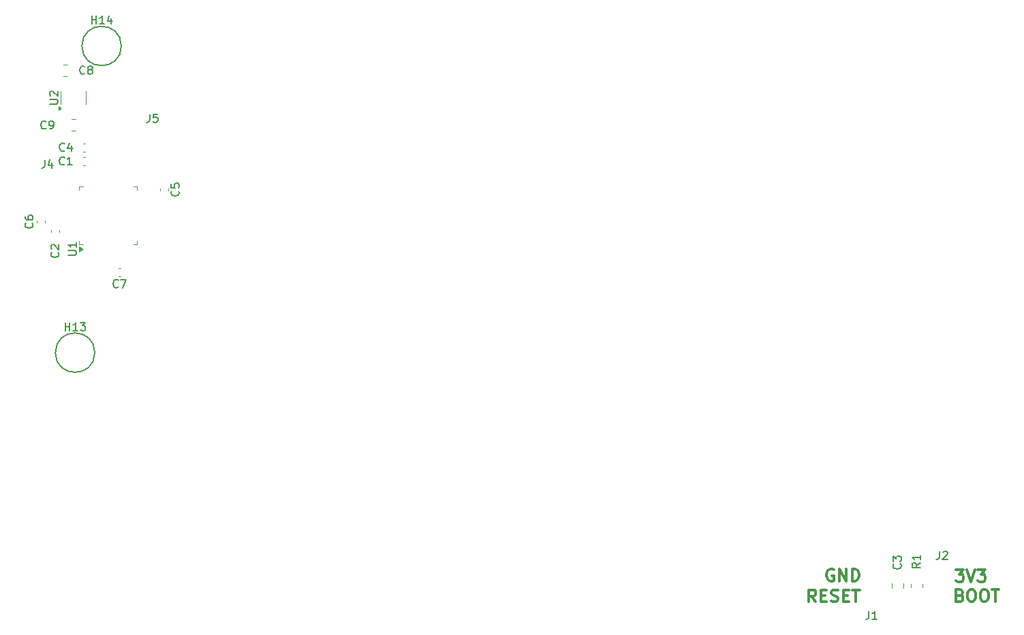
<source format=gbr>
%TF.GenerationSoftware,KiCad,Pcbnew,8.0.2*%
%TF.CreationDate,2025-12-13T15:02:25-08:00*%
%TF.ProjectId,mx-unsaver-main,6d782d75-6e73-4617-9665-722d6d61696e,rev?*%
%TF.SameCoordinates,Original*%
%TF.FileFunction,Legend,Top*%
%TF.FilePolarity,Positive*%
%FSLAX46Y46*%
G04 Gerber Fmt 4.6, Leading zero omitted, Abs format (unit mm)*
G04 Created by KiCad (PCBNEW 8.0.2) date 2025-12-13 15:02:25*
%MOMM*%
%LPD*%
G01*
G04 APERTURE LIST*
%ADD10C,0.300000*%
%ADD11C,0.150000*%
%ADD12C,0.120000*%
G04 APERTURE END LIST*
D10*
X124620225Y-72082257D02*
X124477368Y-72010828D01*
X124477368Y-72010828D02*
X124263082Y-72010828D01*
X124263082Y-72010828D02*
X124048796Y-72082257D01*
X124048796Y-72082257D02*
X123905939Y-72225114D01*
X123905939Y-72225114D02*
X123834510Y-72367971D01*
X123834510Y-72367971D02*
X123763082Y-72653685D01*
X123763082Y-72653685D02*
X123763082Y-72867971D01*
X123763082Y-72867971D02*
X123834510Y-73153685D01*
X123834510Y-73153685D02*
X123905939Y-73296542D01*
X123905939Y-73296542D02*
X124048796Y-73439400D01*
X124048796Y-73439400D02*
X124263082Y-73510828D01*
X124263082Y-73510828D02*
X124405939Y-73510828D01*
X124405939Y-73510828D02*
X124620225Y-73439400D01*
X124620225Y-73439400D02*
X124691653Y-73367971D01*
X124691653Y-73367971D02*
X124691653Y-72867971D01*
X124691653Y-72867971D02*
X124405939Y-72867971D01*
X125334510Y-73510828D02*
X125334510Y-72010828D01*
X125334510Y-72010828D02*
X126191653Y-73510828D01*
X126191653Y-73510828D02*
X126191653Y-72010828D01*
X126905939Y-73510828D02*
X126905939Y-72010828D01*
X126905939Y-72010828D02*
X127263082Y-72010828D01*
X127263082Y-72010828D02*
X127477368Y-72082257D01*
X127477368Y-72082257D02*
X127620225Y-72225114D01*
X127620225Y-72225114D02*
X127691654Y-72367971D01*
X127691654Y-72367971D02*
X127763082Y-72653685D01*
X127763082Y-72653685D02*
X127763082Y-72867971D01*
X127763082Y-72867971D02*
X127691654Y-73153685D01*
X127691654Y-73153685D02*
X127620225Y-73296542D01*
X127620225Y-73296542D02*
X127477368Y-73439400D01*
X127477368Y-73439400D02*
X127263082Y-73510828D01*
X127263082Y-73510828D02*
X126905939Y-73510828D01*
X122401653Y-76100828D02*
X121901653Y-75386542D01*
X121544510Y-76100828D02*
X121544510Y-74600828D01*
X121544510Y-74600828D02*
X122115939Y-74600828D01*
X122115939Y-74600828D02*
X122258796Y-74672257D01*
X122258796Y-74672257D02*
X122330225Y-74743685D01*
X122330225Y-74743685D02*
X122401653Y-74886542D01*
X122401653Y-74886542D02*
X122401653Y-75100828D01*
X122401653Y-75100828D02*
X122330225Y-75243685D01*
X122330225Y-75243685D02*
X122258796Y-75315114D01*
X122258796Y-75315114D02*
X122115939Y-75386542D01*
X122115939Y-75386542D02*
X121544510Y-75386542D01*
X123044510Y-75315114D02*
X123544510Y-75315114D01*
X123758796Y-76100828D02*
X123044510Y-76100828D01*
X123044510Y-76100828D02*
X123044510Y-74600828D01*
X123044510Y-74600828D02*
X123758796Y-74600828D01*
X124330225Y-76029400D02*
X124544511Y-76100828D01*
X124544511Y-76100828D02*
X124901653Y-76100828D01*
X124901653Y-76100828D02*
X125044511Y-76029400D01*
X125044511Y-76029400D02*
X125115939Y-75957971D01*
X125115939Y-75957971D02*
X125187368Y-75815114D01*
X125187368Y-75815114D02*
X125187368Y-75672257D01*
X125187368Y-75672257D02*
X125115939Y-75529400D01*
X125115939Y-75529400D02*
X125044511Y-75457971D01*
X125044511Y-75457971D02*
X124901653Y-75386542D01*
X124901653Y-75386542D02*
X124615939Y-75315114D01*
X124615939Y-75315114D02*
X124473082Y-75243685D01*
X124473082Y-75243685D02*
X124401653Y-75172257D01*
X124401653Y-75172257D02*
X124330225Y-75029400D01*
X124330225Y-75029400D02*
X124330225Y-74886542D01*
X124330225Y-74886542D02*
X124401653Y-74743685D01*
X124401653Y-74743685D02*
X124473082Y-74672257D01*
X124473082Y-74672257D02*
X124615939Y-74600828D01*
X124615939Y-74600828D02*
X124973082Y-74600828D01*
X124973082Y-74600828D02*
X125187368Y-74672257D01*
X125830224Y-75315114D02*
X126330224Y-75315114D01*
X126544510Y-76100828D02*
X125830224Y-76100828D01*
X125830224Y-76100828D02*
X125830224Y-74600828D01*
X125830224Y-74600828D02*
X126544510Y-74600828D01*
X126973082Y-74600828D02*
X127830225Y-74600828D01*
X127401653Y-76100828D02*
X127401653Y-74600828D01*
X139831653Y-72080828D02*
X140760225Y-72080828D01*
X140760225Y-72080828D02*
X140260225Y-72652257D01*
X140260225Y-72652257D02*
X140474510Y-72652257D01*
X140474510Y-72652257D02*
X140617368Y-72723685D01*
X140617368Y-72723685D02*
X140688796Y-72795114D01*
X140688796Y-72795114D02*
X140760225Y-72937971D01*
X140760225Y-72937971D02*
X140760225Y-73295114D01*
X140760225Y-73295114D02*
X140688796Y-73437971D01*
X140688796Y-73437971D02*
X140617368Y-73509400D01*
X140617368Y-73509400D02*
X140474510Y-73580828D01*
X140474510Y-73580828D02*
X140045939Y-73580828D01*
X140045939Y-73580828D02*
X139903082Y-73509400D01*
X139903082Y-73509400D02*
X139831653Y-73437971D01*
X141188796Y-72080828D02*
X141688796Y-73580828D01*
X141688796Y-73580828D02*
X142188796Y-72080828D01*
X142545938Y-72080828D02*
X143474510Y-72080828D01*
X143474510Y-72080828D02*
X142974510Y-72652257D01*
X142974510Y-72652257D02*
X143188795Y-72652257D01*
X143188795Y-72652257D02*
X143331653Y-72723685D01*
X143331653Y-72723685D02*
X143403081Y-72795114D01*
X143403081Y-72795114D02*
X143474510Y-72937971D01*
X143474510Y-72937971D02*
X143474510Y-73295114D01*
X143474510Y-73295114D02*
X143403081Y-73437971D01*
X143403081Y-73437971D02*
X143331653Y-73509400D01*
X143331653Y-73509400D02*
X143188795Y-73580828D01*
X143188795Y-73580828D02*
X142760224Y-73580828D01*
X142760224Y-73580828D02*
X142617367Y-73509400D01*
X142617367Y-73509400D02*
X142545938Y-73437971D01*
X140334510Y-75285114D02*
X140548796Y-75356542D01*
X140548796Y-75356542D02*
X140620225Y-75427971D01*
X140620225Y-75427971D02*
X140691653Y-75570828D01*
X140691653Y-75570828D02*
X140691653Y-75785114D01*
X140691653Y-75785114D02*
X140620225Y-75927971D01*
X140620225Y-75927971D02*
X140548796Y-75999400D01*
X140548796Y-75999400D02*
X140405939Y-76070828D01*
X140405939Y-76070828D02*
X139834510Y-76070828D01*
X139834510Y-76070828D02*
X139834510Y-74570828D01*
X139834510Y-74570828D02*
X140334510Y-74570828D01*
X140334510Y-74570828D02*
X140477368Y-74642257D01*
X140477368Y-74642257D02*
X140548796Y-74713685D01*
X140548796Y-74713685D02*
X140620225Y-74856542D01*
X140620225Y-74856542D02*
X140620225Y-74999400D01*
X140620225Y-74999400D02*
X140548796Y-75142257D01*
X140548796Y-75142257D02*
X140477368Y-75213685D01*
X140477368Y-75213685D02*
X140334510Y-75285114D01*
X140334510Y-75285114D02*
X139834510Y-75285114D01*
X141620225Y-74570828D02*
X141905939Y-74570828D01*
X141905939Y-74570828D02*
X142048796Y-74642257D01*
X142048796Y-74642257D02*
X142191653Y-74785114D01*
X142191653Y-74785114D02*
X142263082Y-75070828D01*
X142263082Y-75070828D02*
X142263082Y-75570828D01*
X142263082Y-75570828D02*
X142191653Y-75856542D01*
X142191653Y-75856542D02*
X142048796Y-75999400D01*
X142048796Y-75999400D02*
X141905939Y-76070828D01*
X141905939Y-76070828D02*
X141620225Y-76070828D01*
X141620225Y-76070828D02*
X141477368Y-75999400D01*
X141477368Y-75999400D02*
X141334510Y-75856542D01*
X141334510Y-75856542D02*
X141263082Y-75570828D01*
X141263082Y-75570828D02*
X141263082Y-75070828D01*
X141263082Y-75070828D02*
X141334510Y-74785114D01*
X141334510Y-74785114D02*
X141477368Y-74642257D01*
X141477368Y-74642257D02*
X141620225Y-74570828D01*
X143191654Y-74570828D02*
X143477368Y-74570828D01*
X143477368Y-74570828D02*
X143620225Y-74642257D01*
X143620225Y-74642257D02*
X143763082Y-74785114D01*
X143763082Y-74785114D02*
X143834511Y-75070828D01*
X143834511Y-75070828D02*
X143834511Y-75570828D01*
X143834511Y-75570828D02*
X143763082Y-75856542D01*
X143763082Y-75856542D02*
X143620225Y-75999400D01*
X143620225Y-75999400D02*
X143477368Y-76070828D01*
X143477368Y-76070828D02*
X143191654Y-76070828D01*
X143191654Y-76070828D02*
X143048797Y-75999400D01*
X143048797Y-75999400D02*
X142905939Y-75856542D01*
X142905939Y-75856542D02*
X142834511Y-75570828D01*
X142834511Y-75570828D02*
X142834511Y-75070828D01*
X142834511Y-75070828D02*
X142905939Y-74785114D01*
X142905939Y-74785114D02*
X143048797Y-74642257D01*
X143048797Y-74642257D02*
X143191654Y-74570828D01*
X144263083Y-74570828D02*
X145120226Y-74570828D01*
X144691654Y-76070828D02*
X144691654Y-74570828D01*
D11*
X135374819Y-71246666D02*
X134898628Y-71579999D01*
X135374819Y-71818094D02*
X134374819Y-71818094D01*
X134374819Y-71818094D02*
X134374819Y-71437142D01*
X134374819Y-71437142D02*
X134422438Y-71341904D01*
X134422438Y-71341904D02*
X134470057Y-71294285D01*
X134470057Y-71294285D02*
X134565295Y-71246666D01*
X134565295Y-71246666D02*
X134708152Y-71246666D01*
X134708152Y-71246666D02*
X134803390Y-71294285D01*
X134803390Y-71294285D02*
X134851009Y-71341904D01*
X134851009Y-71341904D02*
X134898628Y-71437142D01*
X134898628Y-71437142D02*
X134898628Y-71818094D01*
X135374819Y-70294285D02*
X135374819Y-70865713D01*
X135374819Y-70579999D02*
X134374819Y-70579999D01*
X134374819Y-70579999D02*
X134517676Y-70675237D01*
X134517676Y-70675237D02*
X134612914Y-70770475D01*
X134612914Y-70770475D02*
X134660533Y-70865713D01*
X26723333Y-17179580D02*
X26675714Y-17227200D01*
X26675714Y-17227200D02*
X26532857Y-17274819D01*
X26532857Y-17274819D02*
X26437619Y-17274819D01*
X26437619Y-17274819D02*
X26294762Y-17227200D01*
X26294762Y-17227200D02*
X26199524Y-17131961D01*
X26199524Y-17131961D02*
X26151905Y-17036723D01*
X26151905Y-17036723D02*
X26104286Y-16846247D01*
X26104286Y-16846247D02*
X26104286Y-16703390D01*
X26104286Y-16703390D02*
X26151905Y-16512914D01*
X26151905Y-16512914D02*
X26199524Y-16417676D01*
X26199524Y-16417676D02*
X26294762Y-16322438D01*
X26294762Y-16322438D02*
X26437619Y-16274819D01*
X26437619Y-16274819D02*
X26532857Y-16274819D01*
X26532857Y-16274819D02*
X26675714Y-16322438D01*
X26675714Y-16322438D02*
X26723333Y-16370057D01*
X27199524Y-17274819D02*
X27390000Y-17274819D01*
X27390000Y-17274819D02*
X27485238Y-17227200D01*
X27485238Y-17227200D02*
X27532857Y-17179580D01*
X27532857Y-17179580D02*
X27628095Y-17036723D01*
X27628095Y-17036723D02*
X27675714Y-16846247D01*
X27675714Y-16846247D02*
X27675714Y-16465295D01*
X27675714Y-16465295D02*
X27628095Y-16370057D01*
X27628095Y-16370057D02*
X27580476Y-16322438D01*
X27580476Y-16322438D02*
X27485238Y-16274819D01*
X27485238Y-16274819D02*
X27294762Y-16274819D01*
X27294762Y-16274819D02*
X27199524Y-16322438D01*
X27199524Y-16322438D02*
X27151905Y-16370057D01*
X27151905Y-16370057D02*
X27104286Y-16465295D01*
X27104286Y-16465295D02*
X27104286Y-16703390D01*
X27104286Y-16703390D02*
X27151905Y-16798628D01*
X27151905Y-16798628D02*
X27199524Y-16846247D01*
X27199524Y-16846247D02*
X27294762Y-16893866D01*
X27294762Y-16893866D02*
X27485238Y-16893866D01*
X27485238Y-16893866D02*
X27580476Y-16846247D01*
X27580476Y-16846247D02*
X27628095Y-16798628D01*
X27628095Y-16798628D02*
X27675714Y-16703390D01*
X26576666Y-21134819D02*
X26576666Y-21849104D01*
X26576666Y-21849104D02*
X26529047Y-21991961D01*
X26529047Y-21991961D02*
X26433809Y-22087200D01*
X26433809Y-22087200D02*
X26290952Y-22134819D01*
X26290952Y-22134819D02*
X26195714Y-22134819D01*
X27481428Y-21468152D02*
X27481428Y-22134819D01*
X27243333Y-21087200D02*
X27005238Y-21801485D01*
X27005238Y-21801485D02*
X27624285Y-21801485D01*
X39626666Y-15434819D02*
X39626666Y-16149104D01*
X39626666Y-16149104D02*
X39579047Y-16291961D01*
X39579047Y-16291961D02*
X39483809Y-16387200D01*
X39483809Y-16387200D02*
X39340952Y-16434819D01*
X39340952Y-16434819D02*
X39245714Y-16434819D01*
X40579047Y-15434819D02*
X40102857Y-15434819D01*
X40102857Y-15434819D02*
X40055238Y-15911009D01*
X40055238Y-15911009D02*
X40102857Y-15863390D01*
X40102857Y-15863390D02*
X40198095Y-15815771D01*
X40198095Y-15815771D02*
X40436190Y-15815771D01*
X40436190Y-15815771D02*
X40531428Y-15863390D01*
X40531428Y-15863390D02*
X40579047Y-15911009D01*
X40579047Y-15911009D02*
X40626666Y-16006247D01*
X40626666Y-16006247D02*
X40626666Y-16244342D01*
X40626666Y-16244342D02*
X40579047Y-16339580D01*
X40579047Y-16339580D02*
X40531428Y-16387200D01*
X40531428Y-16387200D02*
X40436190Y-16434819D01*
X40436190Y-16434819D02*
X40198095Y-16434819D01*
X40198095Y-16434819D02*
X40102857Y-16387200D01*
X40102857Y-16387200D02*
X40055238Y-16339580D01*
X29033333Y-21659580D02*
X28985714Y-21707200D01*
X28985714Y-21707200D02*
X28842857Y-21754819D01*
X28842857Y-21754819D02*
X28747619Y-21754819D01*
X28747619Y-21754819D02*
X28604762Y-21707200D01*
X28604762Y-21707200D02*
X28509524Y-21611961D01*
X28509524Y-21611961D02*
X28461905Y-21516723D01*
X28461905Y-21516723D02*
X28414286Y-21326247D01*
X28414286Y-21326247D02*
X28414286Y-21183390D01*
X28414286Y-21183390D02*
X28461905Y-20992914D01*
X28461905Y-20992914D02*
X28509524Y-20897676D01*
X28509524Y-20897676D02*
X28604762Y-20802438D01*
X28604762Y-20802438D02*
X28747619Y-20754819D01*
X28747619Y-20754819D02*
X28842857Y-20754819D01*
X28842857Y-20754819D02*
X28985714Y-20802438D01*
X28985714Y-20802438D02*
X29033333Y-20850057D01*
X29985714Y-21754819D02*
X29414286Y-21754819D01*
X29700000Y-21754819D02*
X29700000Y-20754819D01*
X29700000Y-20754819D02*
X29604762Y-20897676D01*
X29604762Y-20897676D02*
X29509524Y-20992914D01*
X29509524Y-20992914D02*
X29414286Y-21040533D01*
X137776666Y-69819819D02*
X137776666Y-70534104D01*
X137776666Y-70534104D02*
X137729047Y-70676961D01*
X137729047Y-70676961D02*
X137633809Y-70772200D01*
X137633809Y-70772200D02*
X137490952Y-70819819D01*
X137490952Y-70819819D02*
X137395714Y-70819819D01*
X138205238Y-69915057D02*
X138252857Y-69867438D01*
X138252857Y-69867438D02*
X138348095Y-69819819D01*
X138348095Y-69819819D02*
X138586190Y-69819819D01*
X138586190Y-69819819D02*
X138681428Y-69867438D01*
X138681428Y-69867438D02*
X138729047Y-69915057D01*
X138729047Y-69915057D02*
X138776666Y-70010295D01*
X138776666Y-70010295D02*
X138776666Y-70105533D01*
X138776666Y-70105533D02*
X138729047Y-70248390D01*
X138729047Y-70248390D02*
X138157619Y-70819819D01*
X138157619Y-70819819D02*
X138776666Y-70819819D01*
X132909580Y-71376666D02*
X132957200Y-71424285D01*
X132957200Y-71424285D02*
X133004819Y-71567142D01*
X133004819Y-71567142D02*
X133004819Y-71662380D01*
X133004819Y-71662380D02*
X132957200Y-71805237D01*
X132957200Y-71805237D02*
X132861961Y-71900475D01*
X132861961Y-71900475D02*
X132766723Y-71948094D01*
X132766723Y-71948094D02*
X132576247Y-71995713D01*
X132576247Y-71995713D02*
X132433390Y-71995713D01*
X132433390Y-71995713D02*
X132242914Y-71948094D01*
X132242914Y-71948094D02*
X132147676Y-71900475D01*
X132147676Y-71900475D02*
X132052438Y-71805237D01*
X132052438Y-71805237D02*
X132004819Y-71662380D01*
X132004819Y-71662380D02*
X132004819Y-71567142D01*
X132004819Y-71567142D02*
X132052438Y-71424285D01*
X132052438Y-71424285D02*
X132100057Y-71376666D01*
X132004819Y-71043332D02*
X132004819Y-70424285D01*
X132004819Y-70424285D02*
X132385771Y-70757618D01*
X132385771Y-70757618D02*
X132385771Y-70614761D01*
X132385771Y-70614761D02*
X132433390Y-70519523D01*
X132433390Y-70519523D02*
X132481009Y-70471904D01*
X132481009Y-70471904D02*
X132576247Y-70424285D01*
X132576247Y-70424285D02*
X132814342Y-70424285D01*
X132814342Y-70424285D02*
X132909580Y-70471904D01*
X132909580Y-70471904D02*
X132957200Y-70519523D01*
X132957200Y-70519523D02*
X133004819Y-70614761D01*
X133004819Y-70614761D02*
X133004819Y-70900475D01*
X133004819Y-70900475D02*
X132957200Y-70995713D01*
X132957200Y-70995713D02*
X132909580Y-71043332D01*
X29043333Y-19939580D02*
X28995714Y-19987200D01*
X28995714Y-19987200D02*
X28852857Y-20034819D01*
X28852857Y-20034819D02*
X28757619Y-20034819D01*
X28757619Y-20034819D02*
X28614762Y-19987200D01*
X28614762Y-19987200D02*
X28519524Y-19891961D01*
X28519524Y-19891961D02*
X28471905Y-19796723D01*
X28471905Y-19796723D02*
X28424286Y-19606247D01*
X28424286Y-19606247D02*
X28424286Y-19463390D01*
X28424286Y-19463390D02*
X28471905Y-19272914D01*
X28471905Y-19272914D02*
X28519524Y-19177676D01*
X28519524Y-19177676D02*
X28614762Y-19082438D01*
X28614762Y-19082438D02*
X28757619Y-19034819D01*
X28757619Y-19034819D02*
X28852857Y-19034819D01*
X28852857Y-19034819D02*
X28995714Y-19082438D01*
X28995714Y-19082438D02*
X29043333Y-19130057D01*
X29900476Y-19368152D02*
X29900476Y-20034819D01*
X29662381Y-18987200D02*
X29424286Y-19701485D01*
X29424286Y-19701485D02*
X30043333Y-19701485D01*
X28239580Y-32606666D02*
X28287200Y-32654285D01*
X28287200Y-32654285D02*
X28334819Y-32797142D01*
X28334819Y-32797142D02*
X28334819Y-32892380D01*
X28334819Y-32892380D02*
X28287200Y-33035237D01*
X28287200Y-33035237D02*
X28191961Y-33130475D01*
X28191961Y-33130475D02*
X28096723Y-33178094D01*
X28096723Y-33178094D02*
X27906247Y-33225713D01*
X27906247Y-33225713D02*
X27763390Y-33225713D01*
X27763390Y-33225713D02*
X27572914Y-33178094D01*
X27572914Y-33178094D02*
X27477676Y-33130475D01*
X27477676Y-33130475D02*
X27382438Y-33035237D01*
X27382438Y-33035237D02*
X27334819Y-32892380D01*
X27334819Y-32892380D02*
X27334819Y-32797142D01*
X27334819Y-32797142D02*
X27382438Y-32654285D01*
X27382438Y-32654285D02*
X27430057Y-32606666D01*
X27430057Y-32225713D02*
X27382438Y-32178094D01*
X27382438Y-32178094D02*
X27334819Y-32082856D01*
X27334819Y-32082856D02*
X27334819Y-31844761D01*
X27334819Y-31844761D02*
X27382438Y-31749523D01*
X27382438Y-31749523D02*
X27430057Y-31701904D01*
X27430057Y-31701904D02*
X27525295Y-31654285D01*
X27525295Y-31654285D02*
X27620533Y-31654285D01*
X27620533Y-31654285D02*
X27763390Y-31701904D01*
X27763390Y-31701904D02*
X28334819Y-32273332D01*
X28334819Y-32273332D02*
X28334819Y-31654285D01*
X35713333Y-36909580D02*
X35665714Y-36957200D01*
X35665714Y-36957200D02*
X35522857Y-37004819D01*
X35522857Y-37004819D02*
X35427619Y-37004819D01*
X35427619Y-37004819D02*
X35284762Y-36957200D01*
X35284762Y-36957200D02*
X35189524Y-36861961D01*
X35189524Y-36861961D02*
X35141905Y-36766723D01*
X35141905Y-36766723D02*
X35094286Y-36576247D01*
X35094286Y-36576247D02*
X35094286Y-36433390D01*
X35094286Y-36433390D02*
X35141905Y-36242914D01*
X35141905Y-36242914D02*
X35189524Y-36147676D01*
X35189524Y-36147676D02*
X35284762Y-36052438D01*
X35284762Y-36052438D02*
X35427619Y-36004819D01*
X35427619Y-36004819D02*
X35522857Y-36004819D01*
X35522857Y-36004819D02*
X35665714Y-36052438D01*
X35665714Y-36052438D02*
X35713333Y-36100057D01*
X36046667Y-36004819D02*
X36713333Y-36004819D01*
X36713333Y-36004819D02*
X36284762Y-37004819D01*
X29111905Y-42354819D02*
X29111905Y-41354819D01*
X29111905Y-41831009D02*
X29683333Y-41831009D01*
X29683333Y-42354819D02*
X29683333Y-41354819D01*
X30683333Y-42354819D02*
X30111905Y-42354819D01*
X30397619Y-42354819D02*
X30397619Y-41354819D01*
X30397619Y-41354819D02*
X30302381Y-41497676D01*
X30302381Y-41497676D02*
X30207143Y-41592914D01*
X30207143Y-41592914D02*
X30111905Y-41640533D01*
X31016667Y-41354819D02*
X31635714Y-41354819D01*
X31635714Y-41354819D02*
X31302381Y-41735771D01*
X31302381Y-41735771D02*
X31445238Y-41735771D01*
X31445238Y-41735771D02*
X31540476Y-41783390D01*
X31540476Y-41783390D02*
X31588095Y-41831009D01*
X31588095Y-41831009D02*
X31635714Y-41926247D01*
X31635714Y-41926247D02*
X31635714Y-42164342D01*
X31635714Y-42164342D02*
X31588095Y-42259580D01*
X31588095Y-42259580D02*
X31540476Y-42307200D01*
X31540476Y-42307200D02*
X31445238Y-42354819D01*
X31445238Y-42354819D02*
X31159524Y-42354819D01*
X31159524Y-42354819D02*
X31064286Y-42307200D01*
X31064286Y-42307200D02*
X31016667Y-42259580D01*
X27204819Y-14151904D02*
X28014342Y-14151904D01*
X28014342Y-14151904D02*
X28109580Y-14104285D01*
X28109580Y-14104285D02*
X28157200Y-14056666D01*
X28157200Y-14056666D02*
X28204819Y-13961428D01*
X28204819Y-13961428D02*
X28204819Y-13770952D01*
X28204819Y-13770952D02*
X28157200Y-13675714D01*
X28157200Y-13675714D02*
X28109580Y-13628095D01*
X28109580Y-13628095D02*
X28014342Y-13580476D01*
X28014342Y-13580476D02*
X27204819Y-13580476D01*
X27300057Y-13151904D02*
X27252438Y-13104285D01*
X27252438Y-13104285D02*
X27204819Y-13009047D01*
X27204819Y-13009047D02*
X27204819Y-12770952D01*
X27204819Y-12770952D02*
X27252438Y-12675714D01*
X27252438Y-12675714D02*
X27300057Y-12628095D01*
X27300057Y-12628095D02*
X27395295Y-12580476D01*
X27395295Y-12580476D02*
X27490533Y-12580476D01*
X27490533Y-12580476D02*
X27633390Y-12628095D01*
X27633390Y-12628095D02*
X28204819Y-13199523D01*
X28204819Y-13199523D02*
X28204819Y-12580476D01*
X29504819Y-32961904D02*
X30314342Y-32961904D01*
X30314342Y-32961904D02*
X30409580Y-32914285D01*
X30409580Y-32914285D02*
X30457200Y-32866666D01*
X30457200Y-32866666D02*
X30504819Y-32771428D01*
X30504819Y-32771428D02*
X30504819Y-32580952D01*
X30504819Y-32580952D02*
X30457200Y-32485714D01*
X30457200Y-32485714D02*
X30409580Y-32438095D01*
X30409580Y-32438095D02*
X30314342Y-32390476D01*
X30314342Y-32390476D02*
X29504819Y-32390476D01*
X30504819Y-31390476D02*
X30504819Y-31961904D01*
X30504819Y-31676190D02*
X29504819Y-31676190D01*
X29504819Y-31676190D02*
X29647676Y-31771428D01*
X29647676Y-31771428D02*
X29742914Y-31866666D01*
X29742914Y-31866666D02*
X29790533Y-31961904D01*
X129006666Y-77269819D02*
X129006666Y-77984104D01*
X129006666Y-77984104D02*
X128959047Y-78126961D01*
X128959047Y-78126961D02*
X128863809Y-78222200D01*
X128863809Y-78222200D02*
X128720952Y-78269819D01*
X128720952Y-78269819D02*
X128625714Y-78269819D01*
X130006666Y-78269819D02*
X129435238Y-78269819D01*
X129720952Y-78269819D02*
X129720952Y-77269819D01*
X129720952Y-77269819D02*
X129625714Y-77412676D01*
X129625714Y-77412676D02*
X129530476Y-77507914D01*
X129530476Y-77507914D02*
X129435238Y-77555533D01*
X31553333Y-10359580D02*
X31505714Y-10407200D01*
X31505714Y-10407200D02*
X31362857Y-10454819D01*
X31362857Y-10454819D02*
X31267619Y-10454819D01*
X31267619Y-10454819D02*
X31124762Y-10407200D01*
X31124762Y-10407200D02*
X31029524Y-10311961D01*
X31029524Y-10311961D02*
X30981905Y-10216723D01*
X30981905Y-10216723D02*
X30934286Y-10026247D01*
X30934286Y-10026247D02*
X30934286Y-9883390D01*
X30934286Y-9883390D02*
X30981905Y-9692914D01*
X30981905Y-9692914D02*
X31029524Y-9597676D01*
X31029524Y-9597676D02*
X31124762Y-9502438D01*
X31124762Y-9502438D02*
X31267619Y-9454819D01*
X31267619Y-9454819D02*
X31362857Y-9454819D01*
X31362857Y-9454819D02*
X31505714Y-9502438D01*
X31505714Y-9502438D02*
X31553333Y-9550057D01*
X32124762Y-9883390D02*
X32029524Y-9835771D01*
X32029524Y-9835771D02*
X31981905Y-9788152D01*
X31981905Y-9788152D02*
X31934286Y-9692914D01*
X31934286Y-9692914D02*
X31934286Y-9645295D01*
X31934286Y-9645295D02*
X31981905Y-9550057D01*
X31981905Y-9550057D02*
X32029524Y-9502438D01*
X32029524Y-9502438D02*
X32124762Y-9454819D01*
X32124762Y-9454819D02*
X32315238Y-9454819D01*
X32315238Y-9454819D02*
X32410476Y-9502438D01*
X32410476Y-9502438D02*
X32458095Y-9550057D01*
X32458095Y-9550057D02*
X32505714Y-9645295D01*
X32505714Y-9645295D02*
X32505714Y-9692914D01*
X32505714Y-9692914D02*
X32458095Y-9788152D01*
X32458095Y-9788152D02*
X32410476Y-9835771D01*
X32410476Y-9835771D02*
X32315238Y-9883390D01*
X32315238Y-9883390D02*
X32124762Y-9883390D01*
X32124762Y-9883390D02*
X32029524Y-9931009D01*
X32029524Y-9931009D02*
X31981905Y-9978628D01*
X31981905Y-9978628D02*
X31934286Y-10073866D01*
X31934286Y-10073866D02*
X31934286Y-10264342D01*
X31934286Y-10264342D02*
X31981905Y-10359580D01*
X31981905Y-10359580D02*
X32029524Y-10407200D01*
X32029524Y-10407200D02*
X32124762Y-10454819D01*
X32124762Y-10454819D02*
X32315238Y-10454819D01*
X32315238Y-10454819D02*
X32410476Y-10407200D01*
X32410476Y-10407200D02*
X32458095Y-10359580D01*
X32458095Y-10359580D02*
X32505714Y-10264342D01*
X32505714Y-10264342D02*
X32505714Y-10073866D01*
X32505714Y-10073866D02*
X32458095Y-9978628D01*
X32458095Y-9978628D02*
X32410476Y-9931009D01*
X32410476Y-9931009D02*
X32315238Y-9883390D01*
X32411905Y-4204819D02*
X32411905Y-3204819D01*
X32411905Y-3681009D02*
X32983333Y-3681009D01*
X32983333Y-4204819D02*
X32983333Y-3204819D01*
X33983333Y-4204819D02*
X33411905Y-4204819D01*
X33697619Y-4204819D02*
X33697619Y-3204819D01*
X33697619Y-3204819D02*
X33602381Y-3347676D01*
X33602381Y-3347676D02*
X33507143Y-3442914D01*
X33507143Y-3442914D02*
X33411905Y-3490533D01*
X34840476Y-3538152D02*
X34840476Y-4204819D01*
X34602381Y-3157200D02*
X34364286Y-3871485D01*
X34364286Y-3871485D02*
X34983333Y-3871485D01*
X25033623Y-28976666D02*
X25081243Y-29024285D01*
X25081243Y-29024285D02*
X25128862Y-29167142D01*
X25128862Y-29167142D02*
X25128862Y-29262380D01*
X25128862Y-29262380D02*
X25081243Y-29405237D01*
X25081243Y-29405237D02*
X24986004Y-29500475D01*
X24986004Y-29500475D02*
X24890766Y-29548094D01*
X24890766Y-29548094D02*
X24700290Y-29595713D01*
X24700290Y-29595713D02*
X24557433Y-29595713D01*
X24557433Y-29595713D02*
X24366957Y-29548094D01*
X24366957Y-29548094D02*
X24271719Y-29500475D01*
X24271719Y-29500475D02*
X24176481Y-29405237D01*
X24176481Y-29405237D02*
X24128862Y-29262380D01*
X24128862Y-29262380D02*
X24128862Y-29167142D01*
X24128862Y-29167142D02*
X24176481Y-29024285D01*
X24176481Y-29024285D02*
X24224100Y-28976666D01*
X24128862Y-28119523D02*
X24128862Y-28309999D01*
X24128862Y-28309999D02*
X24176481Y-28405237D01*
X24176481Y-28405237D02*
X24224100Y-28452856D01*
X24224100Y-28452856D02*
X24366957Y-28548094D01*
X24366957Y-28548094D02*
X24557433Y-28595713D01*
X24557433Y-28595713D02*
X24938385Y-28595713D01*
X24938385Y-28595713D02*
X25033623Y-28548094D01*
X25033623Y-28548094D02*
X25081243Y-28500475D01*
X25081243Y-28500475D02*
X25128862Y-28405237D01*
X25128862Y-28405237D02*
X25128862Y-28214761D01*
X25128862Y-28214761D02*
X25081243Y-28119523D01*
X25081243Y-28119523D02*
X25033623Y-28071904D01*
X25033623Y-28071904D02*
X24938385Y-28024285D01*
X24938385Y-28024285D02*
X24700290Y-28024285D01*
X24700290Y-28024285D02*
X24605052Y-28071904D01*
X24605052Y-28071904D02*
X24557433Y-28119523D01*
X24557433Y-28119523D02*
X24509814Y-28214761D01*
X24509814Y-28214761D02*
X24509814Y-28405237D01*
X24509814Y-28405237D02*
X24557433Y-28500475D01*
X24557433Y-28500475D02*
X24605052Y-28548094D01*
X24605052Y-28548094D02*
X24700290Y-28595713D01*
X43179580Y-24996666D02*
X43227200Y-25044285D01*
X43227200Y-25044285D02*
X43274819Y-25187142D01*
X43274819Y-25187142D02*
X43274819Y-25282380D01*
X43274819Y-25282380D02*
X43227200Y-25425237D01*
X43227200Y-25425237D02*
X43131961Y-25520475D01*
X43131961Y-25520475D02*
X43036723Y-25568094D01*
X43036723Y-25568094D02*
X42846247Y-25615713D01*
X42846247Y-25615713D02*
X42703390Y-25615713D01*
X42703390Y-25615713D02*
X42512914Y-25568094D01*
X42512914Y-25568094D02*
X42417676Y-25520475D01*
X42417676Y-25520475D02*
X42322438Y-25425237D01*
X42322438Y-25425237D02*
X42274819Y-25282380D01*
X42274819Y-25282380D02*
X42274819Y-25187142D01*
X42274819Y-25187142D02*
X42322438Y-25044285D01*
X42322438Y-25044285D02*
X42370057Y-24996666D01*
X42274819Y-24091904D02*
X42274819Y-24568094D01*
X42274819Y-24568094D02*
X42751009Y-24615713D01*
X42751009Y-24615713D02*
X42703390Y-24568094D01*
X42703390Y-24568094D02*
X42655771Y-24472856D01*
X42655771Y-24472856D02*
X42655771Y-24234761D01*
X42655771Y-24234761D02*
X42703390Y-24139523D01*
X42703390Y-24139523D02*
X42751009Y-24091904D01*
X42751009Y-24091904D02*
X42846247Y-24044285D01*
X42846247Y-24044285D02*
X43084342Y-24044285D01*
X43084342Y-24044285D02*
X43179580Y-24091904D01*
X43179580Y-24091904D02*
X43227200Y-24139523D01*
X43227200Y-24139523D02*
X43274819Y-24234761D01*
X43274819Y-24234761D02*
X43274819Y-24472856D01*
X43274819Y-24472856D02*
X43227200Y-24568094D01*
X43227200Y-24568094D02*
X43179580Y-24615713D01*
D12*
%TO.C,R1*%
X134188332Y-74317064D02*
X134188332Y-73862936D01*
X135658332Y-74317064D02*
X135658332Y-73862936D01*
%TO.C,C9*%
X30411252Y-16055000D02*
X29888748Y-16055000D01*
X30411252Y-17525000D02*
X29888748Y-17525000D01*
%TO.C,C1*%
X31337475Y-20763872D02*
X31618635Y-20763872D01*
X31337475Y-21783872D02*
X31618635Y-21783872D01*
%TO.C,C3*%
X131821666Y-74351252D02*
X131821666Y-73828748D01*
X133291666Y-74351252D02*
X133291666Y-73828748D01*
%TO.C,C4*%
X31337475Y-19066815D02*
X31618635Y-19066815D01*
X31337475Y-20086815D02*
X31618635Y-20086815D01*
%TO.C,C2*%
X27361810Y-30111865D02*
X27361810Y-29830705D01*
X28381810Y-30111865D02*
X28381810Y-29830705D01*
%TO.C,C7*%
X36020580Y-34610000D02*
X35739420Y-34610000D01*
X36020580Y-35630000D02*
X35739420Y-35630000D01*
D11*
%TO.C,H13*%
X32800000Y-45100000D02*
G75*
G02*
X27900000Y-45100000I-2450000J0D01*
G01*
X27900000Y-45100000D02*
G75*
G02*
X32800000Y-45100000I2450000J0D01*
G01*
D12*
%TO.C,U2*%
X28590000Y-13390000D02*
X28590000Y-12590000D01*
X28590000Y-13390000D02*
X28590000Y-14190000D01*
X31710000Y-13390000D02*
X31710000Y-12590000D01*
X31710000Y-13390000D02*
X31710000Y-14190000D01*
X28640000Y-14690000D02*
X28310000Y-14930000D01*
X28310000Y-14450000D01*
X28640000Y-14690000D01*
G36*
X28640000Y-14690000D02*
G01*
X28310000Y-14930000D01*
X28310000Y-14450000D01*
X28640000Y-14690000D01*
G37*
%TO.C,U1*%
X30860000Y-24430000D02*
X31310000Y-24430000D01*
X30860000Y-24880000D02*
X30860000Y-24430000D01*
X30860000Y-31200000D02*
X30860000Y-31650000D01*
X30860000Y-31650000D02*
X31310000Y-31650000D01*
X38080000Y-24430000D02*
X37630000Y-24430000D01*
X38080000Y-24880000D02*
X38080000Y-24430000D01*
X38080000Y-31200000D02*
X38080000Y-31650000D01*
X38080000Y-31650000D02*
X37630000Y-31650000D01*
X31310000Y-32240000D02*
X30840000Y-32580000D01*
X30840000Y-31900000D01*
X31310000Y-32240000D01*
G36*
X31310000Y-32240000D02*
G01*
X30840000Y-32580000D01*
X30840000Y-31900000D01*
X31310000Y-32240000D01*
G37*
%TO.C,C8*%
X29411252Y-9255000D02*
X28888748Y-9255000D01*
X29411252Y-10725000D02*
X28888748Y-10725000D01*
D11*
%TO.C,H14*%
X36100000Y-6950000D02*
G75*
G02*
X31200000Y-6950000I-2450000J0D01*
G01*
X31200000Y-6950000D02*
G75*
G02*
X36100000Y-6950000I2450000J0D01*
G01*
D12*
%TO.C,C6*%
X25594043Y-28950580D02*
X25594043Y-28669420D01*
X26614043Y-28950580D02*
X26614043Y-28669420D01*
%TO.C,C5*%
X40880000Y-24689420D02*
X40880000Y-24970580D01*
X41900000Y-24689420D02*
X41900000Y-24970580D01*
%TD*%
M02*

</source>
